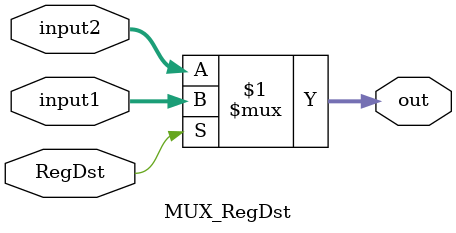
<source format=sv>
module MUX_RegDst(input logic RegDst,input logic[4:0] input1, input2,
						output logic[4:0] out);

assign out = RegDst ? input1 : input2; 

endmodule

</source>
